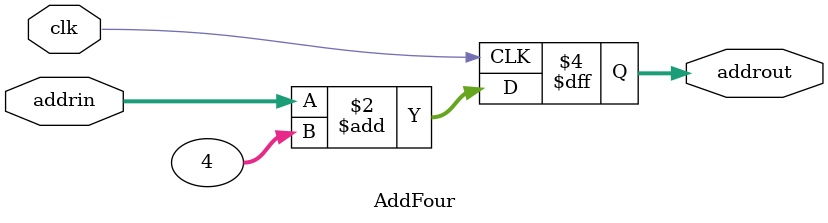
<source format=v>
module AddFour (
    addrin, addrout, clk
);

input [31:0] addrin;
input clk;
output reg [31:0] addrout;

initial begin
	addrout = 32'b0;
end

always @(posedge clk) begin
	//if (addrin) begin
		addrout <= addrin + 4;
	 //end
	 //else addrout <=32'b0;
end
    
endmodule
</source>
